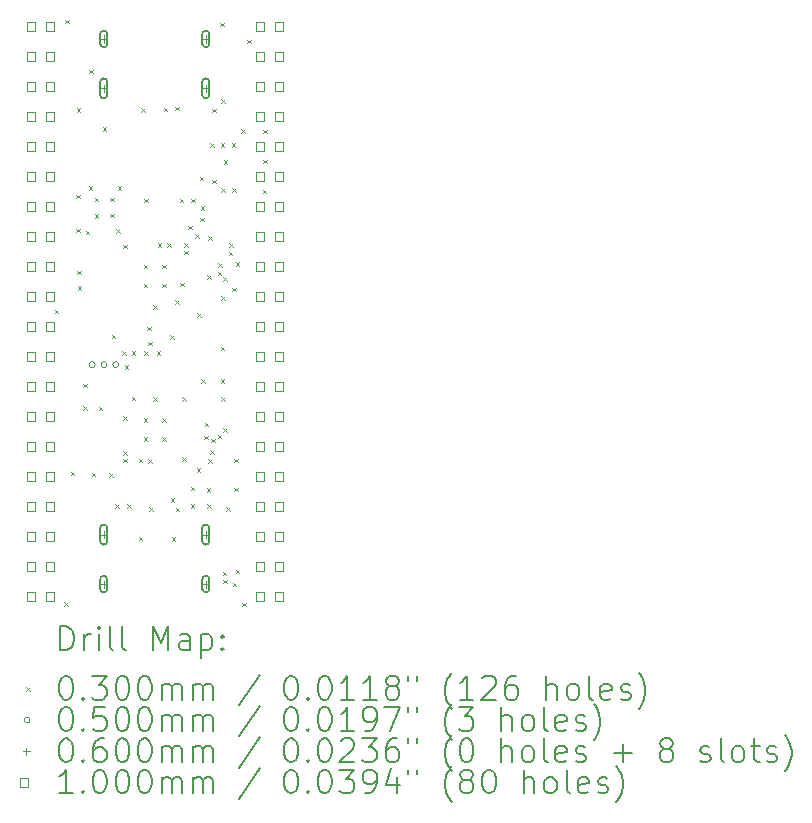
<source format=gbr>
%TF.GenerationSoftware,KiCad,Pcbnew,6.0.11+dfsg-1*%
%TF.CreationDate,2023-04-26T00:49:20+01:00*%
%TF.ProjectId,bico,6269636f-2e6b-4696-9361-645f70636258,rev?*%
%TF.SameCoordinates,Original*%
%TF.FileFunction,Drillmap*%
%TF.FilePolarity,Positive*%
%FSLAX45Y45*%
G04 Gerber Fmt 4.5, Leading zero omitted, Abs format (unit mm)*
G04 Created by KiCad (PCBNEW 6.0.11+dfsg-1) date 2023-04-26 00:49:20*
%MOMM*%
%LPD*%
G01*
G04 APERTURE LIST*
%ADD10C,0.200000*%
%ADD11C,0.030000*%
%ADD12C,0.050000*%
%ADD13C,0.060000*%
%ADD14C,0.100000*%
G04 APERTURE END LIST*
D10*
D11*
X14155000Y-9985000D02*
X14185000Y-10015000D01*
X14185000Y-9985000D02*
X14155000Y-10015000D01*
X14235000Y-12460000D02*
X14265000Y-12490000D01*
X14265000Y-12460000D02*
X14235000Y-12490000D01*
X14240000Y-7530000D02*
X14270000Y-7560000D01*
X14270000Y-7530000D02*
X14240000Y-7560000D01*
X14287500Y-11357500D02*
X14317500Y-11387500D01*
X14317500Y-11357500D02*
X14287500Y-11387500D01*
X14337000Y-9012000D02*
X14367000Y-9042000D01*
X14367000Y-9012000D02*
X14337000Y-9042000D01*
X14337000Y-9301000D02*
X14367000Y-9331000D01*
X14367000Y-9301000D02*
X14337000Y-9331000D01*
X14340000Y-8280000D02*
X14370000Y-8310000D01*
X14370000Y-8280000D02*
X14340000Y-8310000D01*
X14345000Y-9655000D02*
X14375000Y-9685000D01*
X14375000Y-9655000D02*
X14345000Y-9685000D01*
X14347500Y-9785000D02*
X14377500Y-9815000D01*
X14377500Y-9785000D02*
X14347500Y-9815000D01*
X14395000Y-10610000D02*
X14425000Y-10640000D01*
X14425000Y-10610000D02*
X14395000Y-10640000D01*
X14395000Y-10800000D02*
X14425000Y-10830000D01*
X14425000Y-10800000D02*
X14395000Y-10830000D01*
X14415000Y-9315000D02*
X14445000Y-9345000D01*
X14445000Y-9315000D02*
X14415000Y-9345000D01*
X14441325Y-8940000D02*
X14471325Y-8970000D01*
X14471325Y-8940000D02*
X14441325Y-8970000D01*
X14445000Y-7952500D02*
X14475000Y-7982500D01*
X14475000Y-7952500D02*
X14445000Y-7982500D01*
X14465000Y-11365000D02*
X14495000Y-11395000D01*
X14495000Y-11365000D02*
X14465000Y-11395000D01*
X14490000Y-9035000D02*
X14520000Y-9065000D01*
X14520000Y-9035000D02*
X14490000Y-9065000D01*
X14490000Y-9175000D02*
X14520000Y-9205000D01*
X14520000Y-9175000D02*
X14490000Y-9205000D01*
X14525000Y-10805000D02*
X14555000Y-10835000D01*
X14555000Y-10805000D02*
X14525000Y-10835000D01*
X14560000Y-8440000D02*
X14590000Y-8470000D01*
X14590000Y-8440000D02*
X14560000Y-8470000D01*
X14615000Y-11370000D02*
X14645000Y-11400000D01*
X14645000Y-11370000D02*
X14615000Y-11400000D01*
X14625000Y-9035000D02*
X14655000Y-9065000D01*
X14655000Y-9035000D02*
X14625000Y-9065000D01*
X14625000Y-9174000D02*
X14655000Y-9204000D01*
X14655000Y-9174000D02*
X14625000Y-9204000D01*
X14635000Y-10195000D02*
X14665000Y-10225000D01*
X14665000Y-10195000D02*
X14635000Y-10225000D01*
X14665000Y-11630000D02*
X14695000Y-11660000D01*
X14695000Y-11630000D02*
X14665000Y-11660000D01*
X14674000Y-9305000D02*
X14704000Y-9335000D01*
X14704000Y-9305000D02*
X14674000Y-9335000D01*
X14686325Y-8940000D02*
X14716325Y-8970000D01*
X14716325Y-8940000D02*
X14686325Y-8970000D01*
X14725000Y-10335000D02*
X14755000Y-10365000D01*
X14755000Y-10335000D02*
X14725000Y-10365000D01*
X14735000Y-9435000D02*
X14765000Y-9465000D01*
X14765000Y-9435000D02*
X14735000Y-9465000D01*
X14735000Y-10885000D02*
X14765000Y-10915000D01*
X14765000Y-10885000D02*
X14735000Y-10915000D01*
X14735000Y-11182000D02*
X14765000Y-11212000D01*
X14765000Y-11182000D02*
X14735000Y-11212000D01*
X14735000Y-11245000D02*
X14765000Y-11275000D01*
X14765000Y-11245000D02*
X14735000Y-11275000D01*
X14745000Y-10455000D02*
X14775000Y-10485000D01*
X14775000Y-10455000D02*
X14745000Y-10485000D01*
X14765000Y-11630000D02*
X14795000Y-11660000D01*
X14795000Y-11630000D02*
X14765000Y-11660000D01*
X14805000Y-10335000D02*
X14835000Y-10365000D01*
X14835000Y-10335000D02*
X14805000Y-10365000D01*
X14805000Y-10720000D02*
X14835000Y-10750000D01*
X14835000Y-10720000D02*
X14805000Y-10750000D01*
X14865000Y-11907000D02*
X14895000Y-11937000D01*
X14895000Y-11907000D02*
X14865000Y-11937000D01*
X14866000Y-11248000D02*
X14896000Y-11278000D01*
X14896000Y-11248000D02*
X14866000Y-11278000D01*
X14887000Y-8278000D02*
X14917000Y-8308000D01*
X14917000Y-8278000D02*
X14887000Y-8308000D01*
X14905000Y-9605000D02*
X14935000Y-9635000D01*
X14935000Y-9605000D02*
X14905000Y-9635000D01*
X14905000Y-9765000D02*
X14935000Y-9795000D01*
X14935000Y-9765000D02*
X14905000Y-9795000D01*
X14905000Y-10905000D02*
X14935000Y-10935000D01*
X14935000Y-10905000D02*
X14905000Y-10935000D01*
X14905000Y-11065000D02*
X14935000Y-11095000D01*
X14935000Y-11065000D02*
X14905000Y-11095000D01*
X14910000Y-9045000D02*
X14940000Y-9075000D01*
X14940000Y-9045000D02*
X14910000Y-9075000D01*
X14910000Y-10335000D02*
X14940000Y-10365000D01*
X14940000Y-10335000D02*
X14910000Y-10365000D01*
X14935000Y-10130000D02*
X14965000Y-10160000D01*
X14965000Y-10130000D02*
X14935000Y-10160000D01*
X14945000Y-10255000D02*
X14975000Y-10285000D01*
X14975000Y-10255000D02*
X14945000Y-10285000D01*
X14945000Y-11249000D02*
X14975000Y-11279000D01*
X14975000Y-11249000D02*
X14945000Y-11279000D01*
X14955000Y-11655000D02*
X14985000Y-11685000D01*
X14985000Y-11655000D02*
X14955000Y-11685000D01*
X14985000Y-9948000D02*
X15015000Y-9978000D01*
X15015000Y-9948000D02*
X14985000Y-9978000D01*
X14985000Y-10725000D02*
X15015000Y-10755000D01*
X15015000Y-10725000D02*
X14985000Y-10755000D01*
X15015000Y-10335000D02*
X15045000Y-10365000D01*
X15045000Y-10335000D02*
X15015000Y-10365000D01*
X15025000Y-9422000D02*
X15055000Y-9452000D01*
X15055000Y-9422000D02*
X15025000Y-9452000D01*
X15065000Y-9605000D02*
X15095000Y-9635000D01*
X15095000Y-9605000D02*
X15065000Y-9635000D01*
X15065000Y-9765000D02*
X15095000Y-9795000D01*
X15095000Y-9765000D02*
X15065000Y-9795000D01*
X15065000Y-10905000D02*
X15095000Y-10935000D01*
X15095000Y-10905000D02*
X15065000Y-10935000D01*
X15065000Y-11065000D02*
X15095000Y-11095000D01*
X15095000Y-11065000D02*
X15065000Y-11095000D01*
X15075000Y-8275000D02*
X15105000Y-8305000D01*
X15105000Y-8275000D02*
X15075000Y-8305000D01*
X15106000Y-9422000D02*
X15136000Y-9452000D01*
X15136000Y-9422000D02*
X15106000Y-9452000D01*
X15129000Y-10199000D02*
X15159000Y-10229000D01*
X15159000Y-10199000D02*
X15129000Y-10229000D01*
X15137000Y-11582000D02*
X15167000Y-11612000D01*
X15167000Y-11582000D02*
X15137000Y-11612000D01*
X15145000Y-11910000D02*
X15175000Y-11940000D01*
X15175000Y-11910000D02*
X15145000Y-11940000D01*
X15175000Y-8265000D02*
X15205000Y-8295000D01*
X15205000Y-8265000D02*
X15175000Y-8295000D01*
X15175000Y-9905000D02*
X15205000Y-9935000D01*
X15205000Y-9905000D02*
X15175000Y-9935000D01*
X15176500Y-11662500D02*
X15206500Y-11692500D01*
X15206500Y-11662500D02*
X15176500Y-11692500D01*
X15210000Y-9045000D02*
X15240000Y-9075000D01*
X15240000Y-9045000D02*
X15210000Y-9075000D01*
X15215000Y-9755000D02*
X15245000Y-9785000D01*
X15245000Y-9755000D02*
X15215000Y-9785000D01*
X15235000Y-10725000D02*
X15265000Y-10755000D01*
X15265000Y-10725000D02*
X15235000Y-10755000D01*
X15235000Y-11235000D02*
X15265000Y-11265000D01*
X15265000Y-11235000D02*
X15235000Y-11265000D01*
X15248000Y-9485000D02*
X15278000Y-9515000D01*
X15278000Y-9485000D02*
X15248000Y-9515000D01*
X15250000Y-9420000D02*
X15280000Y-9450000D01*
X15280000Y-9420000D02*
X15250000Y-9450000D01*
X15285000Y-9275000D02*
X15315000Y-9305000D01*
X15315000Y-9275000D02*
X15285000Y-9305000D01*
X15305000Y-11485000D02*
X15335000Y-11515000D01*
X15335000Y-11485000D02*
X15305000Y-11515000D01*
X15305000Y-11630073D02*
X15335000Y-11660073D01*
X15335000Y-11630073D02*
X15305000Y-11660073D01*
X15310000Y-9045000D02*
X15340000Y-9075000D01*
X15340000Y-9045000D02*
X15310000Y-9075000D01*
X15345000Y-9345000D02*
X15375000Y-9375000D01*
X15375000Y-9345000D02*
X15345000Y-9375000D01*
X15355000Y-11325000D02*
X15385000Y-11355000D01*
X15385000Y-11325000D02*
X15355000Y-11355000D01*
X15357778Y-10016113D02*
X15387778Y-10046113D01*
X15387778Y-10016113D02*
X15357778Y-10046113D01*
X15380000Y-8860000D02*
X15410000Y-8890000D01*
X15410000Y-8860000D02*
X15380000Y-8890000D01*
X15385000Y-9207500D02*
X15415000Y-9237500D01*
X15415000Y-9207500D02*
X15385000Y-9237500D01*
X15390000Y-9110000D02*
X15420000Y-9140000D01*
X15420000Y-9110000D02*
X15390000Y-9140000D01*
X15395000Y-10575000D02*
X15425000Y-10605000D01*
X15425000Y-10575000D02*
X15395000Y-10605000D01*
X15419000Y-11051000D02*
X15449000Y-11081000D01*
X15449000Y-11051000D02*
X15419000Y-11081000D01*
X15425000Y-10940000D02*
X15455000Y-10970000D01*
X15455000Y-10940000D02*
X15425000Y-10970000D01*
X15442000Y-11495000D02*
X15472000Y-11525000D01*
X15472000Y-11495000D02*
X15442000Y-11525000D01*
X15442500Y-11630000D02*
X15472500Y-11660000D01*
X15472500Y-11630000D02*
X15442500Y-11660000D01*
X15444500Y-9692500D02*
X15474500Y-9722500D01*
X15474500Y-9692500D02*
X15444500Y-9722500D01*
X15452000Y-11250000D02*
X15482000Y-11280000D01*
X15482000Y-11250000D02*
X15452000Y-11280000D01*
X15452500Y-9362500D02*
X15482500Y-9392500D01*
X15482500Y-9362500D02*
X15452500Y-9392500D01*
X15469000Y-8575000D02*
X15499000Y-8605000D01*
X15499000Y-8575000D02*
X15469000Y-8605000D01*
X15471500Y-11174500D02*
X15501500Y-11204500D01*
X15501500Y-11174500D02*
X15471500Y-11204500D01*
X15476000Y-11078000D02*
X15506000Y-11108000D01*
X15506000Y-11078000D02*
X15476000Y-11108000D01*
X15485000Y-8285000D02*
X15515000Y-8315000D01*
X15515000Y-8285000D02*
X15485000Y-8315000D01*
X15485000Y-8885000D02*
X15515000Y-8915000D01*
X15515000Y-8885000D02*
X15485000Y-8915000D01*
X15535000Y-9664000D02*
X15565000Y-9694000D01*
X15565000Y-9664000D02*
X15535000Y-9694000D01*
X15535000Y-11044000D02*
X15565000Y-11074000D01*
X15565000Y-11044000D02*
X15535000Y-11074000D01*
X15536650Y-9589650D02*
X15566650Y-9619650D01*
X15566650Y-9589650D02*
X15536650Y-9619650D01*
X15555000Y-7555000D02*
X15585000Y-7585000D01*
X15585000Y-7555000D02*
X15555000Y-7585000D01*
X15560000Y-8575000D02*
X15590000Y-8605000D01*
X15590000Y-8575000D02*
X15560000Y-8605000D01*
X15560000Y-10300000D02*
X15590000Y-10330000D01*
X15590000Y-10300000D02*
X15560000Y-10330000D01*
X15560000Y-10575000D02*
X15590000Y-10605000D01*
X15590000Y-10575000D02*
X15560000Y-10605000D01*
X15562500Y-8957500D02*
X15592500Y-8987500D01*
X15592500Y-8957500D02*
X15562500Y-8987500D01*
X15565000Y-8205000D02*
X15595000Y-8235000D01*
X15595000Y-8205000D02*
X15565000Y-8235000D01*
X15565000Y-9870000D02*
X15595000Y-9900000D01*
X15595000Y-9870000D02*
X15565000Y-9900000D01*
X15565000Y-10725000D02*
X15595000Y-10755000D01*
X15595000Y-10725000D02*
X15565000Y-10755000D01*
X15575500Y-12202500D02*
X15605500Y-12232500D01*
X15605500Y-12202500D02*
X15575500Y-12232500D01*
X15577933Y-12269067D02*
X15607933Y-12299067D01*
X15607933Y-12269067D02*
X15577933Y-12299067D01*
X15579000Y-9710000D02*
X15609000Y-9740000D01*
X15609000Y-9710000D02*
X15579000Y-9740000D01*
X15582000Y-10986000D02*
X15612000Y-11016000D01*
X15612000Y-10986000D02*
X15582000Y-11016000D01*
X15584000Y-8720000D02*
X15614000Y-8750000D01*
X15614000Y-8720000D02*
X15584000Y-8750000D01*
X15606000Y-11658840D02*
X15636000Y-11688840D01*
X15636000Y-11658840D02*
X15606000Y-11688840D01*
X15625500Y-9493500D02*
X15655500Y-9523500D01*
X15655500Y-9493500D02*
X15625500Y-9523500D01*
X15630000Y-9420000D02*
X15660000Y-9450000D01*
X15660000Y-9420000D02*
X15630000Y-9450000D01*
X15651000Y-8575000D02*
X15681000Y-8605000D01*
X15681000Y-8575000D02*
X15651000Y-8605000D01*
X15654000Y-9798000D02*
X15684000Y-9828000D01*
X15684000Y-9798000D02*
X15654000Y-9828000D01*
X15658000Y-8958000D02*
X15688000Y-8988000D01*
X15688000Y-8958000D02*
X15658000Y-8988000D01*
X15660000Y-12295000D02*
X15690000Y-12325000D01*
X15690000Y-12295000D02*
X15660000Y-12325000D01*
X15675000Y-11245000D02*
X15705000Y-11275000D01*
X15705000Y-11245000D02*
X15675000Y-11275000D01*
X15675000Y-11493000D02*
X15705000Y-11523000D01*
X15705000Y-11493000D02*
X15675000Y-11523000D01*
X15685000Y-12185000D02*
X15715000Y-12215000D01*
X15715000Y-12185000D02*
X15685000Y-12215000D01*
X15687000Y-9581000D02*
X15717000Y-9611000D01*
X15717000Y-9581000D02*
X15687000Y-9611000D01*
X15730000Y-8455000D02*
X15760000Y-8485000D01*
X15760000Y-8455000D02*
X15730000Y-8485000D01*
X15740000Y-12465000D02*
X15770000Y-12495000D01*
X15770000Y-12465000D02*
X15740000Y-12495000D01*
X15785000Y-7700000D02*
X15815000Y-7730000D01*
X15815000Y-7700000D02*
X15785000Y-7730000D01*
X15915000Y-8970000D02*
X15945000Y-9000000D01*
X15945000Y-8970000D02*
X15915000Y-9000000D01*
X15920000Y-8460000D02*
X15950000Y-8490000D01*
X15950000Y-8460000D02*
X15920000Y-8490000D01*
X15920000Y-8715000D02*
X15950000Y-8745000D01*
X15950000Y-8715000D02*
X15920000Y-8745000D01*
D12*
X14495000Y-10450000D02*
G75*
G03*
X14495000Y-10450000I-25000J0D01*
G01*
X14595000Y-10450000D02*
G75*
G03*
X14595000Y-10450000I-25000J0D01*
G01*
X14695000Y-10450000D02*
G75*
G03*
X14695000Y-10450000I-25000J0D01*
G01*
D13*
X14568000Y-7662500D02*
X14568000Y-7722500D01*
X14538000Y-7692500D02*
X14598000Y-7692500D01*
D10*
X14598000Y-7732500D02*
X14598000Y-7652500D01*
X14538000Y-7732500D02*
X14538000Y-7652500D01*
X14598000Y-7652500D02*
G75*
G03*
X14538000Y-7652500I-30000J0D01*
G01*
X14538000Y-7732500D02*
G75*
G03*
X14598000Y-7732500I30000J0D01*
G01*
D13*
X14568000Y-8080500D02*
X14568000Y-8140500D01*
X14538000Y-8110500D02*
X14598000Y-8110500D01*
D10*
X14598000Y-8165500D02*
X14598000Y-8055500D01*
X14538000Y-8165500D02*
X14538000Y-8055500D01*
X14598000Y-8055500D02*
G75*
G03*
X14538000Y-8055500I-30000J0D01*
G01*
X14538000Y-8165500D02*
G75*
G03*
X14598000Y-8165500I30000J0D01*
G01*
D13*
X14568000Y-11859500D02*
X14568000Y-11919500D01*
X14538000Y-11889500D02*
X14598000Y-11889500D01*
D10*
X14538000Y-11834500D02*
X14538000Y-11944500D01*
X14598000Y-11834500D02*
X14598000Y-11944500D01*
X14538000Y-11944500D02*
G75*
G03*
X14598000Y-11944500I30000J0D01*
G01*
X14598000Y-11834500D02*
G75*
G03*
X14538000Y-11834500I-30000J0D01*
G01*
D13*
X14568000Y-12277500D02*
X14568000Y-12337500D01*
X14538000Y-12307500D02*
X14598000Y-12307500D01*
D10*
X14538000Y-12267500D02*
X14538000Y-12347500D01*
X14598000Y-12267500D02*
X14598000Y-12347500D01*
X14538000Y-12347500D02*
G75*
G03*
X14598000Y-12347500I30000J0D01*
G01*
X14598000Y-12267500D02*
G75*
G03*
X14538000Y-12267500I-30000J0D01*
G01*
D13*
X15432000Y-7662500D02*
X15432000Y-7722500D01*
X15402000Y-7692500D02*
X15462000Y-7692500D01*
D10*
X15462000Y-7732500D02*
X15462000Y-7652500D01*
X15402000Y-7732500D02*
X15402000Y-7652500D01*
X15462000Y-7652500D02*
G75*
G03*
X15402000Y-7652500I-30000J0D01*
G01*
X15402000Y-7732500D02*
G75*
G03*
X15462000Y-7732500I30000J0D01*
G01*
D13*
X15432000Y-8080500D02*
X15432000Y-8140500D01*
X15402000Y-8110500D02*
X15462000Y-8110500D01*
D10*
X15462000Y-8165500D02*
X15462000Y-8055500D01*
X15402000Y-8165500D02*
X15402000Y-8055500D01*
X15462000Y-8055500D02*
G75*
G03*
X15402000Y-8055500I-30000J0D01*
G01*
X15402000Y-8165500D02*
G75*
G03*
X15462000Y-8165500I30000J0D01*
G01*
D13*
X15432000Y-11859500D02*
X15432000Y-11919500D01*
X15402000Y-11889500D02*
X15462000Y-11889500D01*
D10*
X15402000Y-11834500D02*
X15402000Y-11944500D01*
X15462000Y-11834500D02*
X15462000Y-11944500D01*
X15402000Y-11944500D02*
G75*
G03*
X15462000Y-11944500I30000J0D01*
G01*
X15462000Y-11834500D02*
G75*
G03*
X15402000Y-11834500I-30000J0D01*
G01*
D13*
X15432000Y-12277500D02*
X15432000Y-12337500D01*
X15402000Y-12307500D02*
X15462000Y-12307500D01*
D10*
X15402000Y-12267500D02*
X15402000Y-12347500D01*
X15462000Y-12267500D02*
X15462000Y-12347500D01*
X15402000Y-12347500D02*
G75*
G03*
X15462000Y-12347500I30000J0D01*
G01*
X15462000Y-12267500D02*
G75*
G03*
X15402000Y-12267500I-30000J0D01*
G01*
D14*
X13985356Y-7622356D02*
X13985356Y-7551644D01*
X13914644Y-7551644D01*
X13914644Y-7622356D01*
X13985356Y-7622356D01*
X13985356Y-7876356D02*
X13985356Y-7805644D01*
X13914644Y-7805644D01*
X13914644Y-7876356D01*
X13985356Y-7876356D01*
X13985356Y-8130356D02*
X13985356Y-8059644D01*
X13914644Y-8059644D01*
X13914644Y-8130356D01*
X13985356Y-8130356D01*
X13985356Y-8384356D02*
X13985356Y-8313644D01*
X13914644Y-8313644D01*
X13914644Y-8384356D01*
X13985356Y-8384356D01*
X13985356Y-8638356D02*
X13985356Y-8567644D01*
X13914644Y-8567644D01*
X13914644Y-8638356D01*
X13985356Y-8638356D01*
X13985356Y-8892356D02*
X13985356Y-8821644D01*
X13914644Y-8821644D01*
X13914644Y-8892356D01*
X13985356Y-8892356D01*
X13985356Y-9146356D02*
X13985356Y-9075644D01*
X13914644Y-9075644D01*
X13914644Y-9146356D01*
X13985356Y-9146356D01*
X13985356Y-9400356D02*
X13985356Y-9329644D01*
X13914644Y-9329644D01*
X13914644Y-9400356D01*
X13985356Y-9400356D01*
X13985356Y-9654356D02*
X13985356Y-9583644D01*
X13914644Y-9583644D01*
X13914644Y-9654356D01*
X13985356Y-9654356D01*
X13985356Y-9908356D02*
X13985356Y-9837644D01*
X13914644Y-9837644D01*
X13914644Y-9908356D01*
X13985356Y-9908356D01*
X13985356Y-10162356D02*
X13985356Y-10091644D01*
X13914644Y-10091644D01*
X13914644Y-10162356D01*
X13985356Y-10162356D01*
X13985356Y-10416356D02*
X13985356Y-10345644D01*
X13914644Y-10345644D01*
X13914644Y-10416356D01*
X13985356Y-10416356D01*
X13985356Y-10670356D02*
X13985356Y-10599644D01*
X13914644Y-10599644D01*
X13914644Y-10670356D01*
X13985356Y-10670356D01*
X13985356Y-10924356D02*
X13985356Y-10853644D01*
X13914644Y-10853644D01*
X13914644Y-10924356D01*
X13985356Y-10924356D01*
X13985356Y-11178356D02*
X13985356Y-11107644D01*
X13914644Y-11107644D01*
X13914644Y-11178356D01*
X13985356Y-11178356D01*
X13985356Y-11432356D02*
X13985356Y-11361644D01*
X13914644Y-11361644D01*
X13914644Y-11432356D01*
X13985356Y-11432356D01*
X13985356Y-11686356D02*
X13985356Y-11615644D01*
X13914644Y-11615644D01*
X13914644Y-11686356D01*
X13985356Y-11686356D01*
X13985356Y-11940356D02*
X13985356Y-11869644D01*
X13914644Y-11869644D01*
X13914644Y-11940356D01*
X13985356Y-11940356D01*
X13985356Y-12194356D02*
X13985356Y-12123644D01*
X13914644Y-12123644D01*
X13914644Y-12194356D01*
X13985356Y-12194356D01*
X13985356Y-12448356D02*
X13985356Y-12377644D01*
X13914644Y-12377644D01*
X13914644Y-12448356D01*
X13985356Y-12448356D01*
X14146356Y-7622356D02*
X14146356Y-7551644D01*
X14075644Y-7551644D01*
X14075644Y-7622356D01*
X14146356Y-7622356D01*
X14146356Y-7876356D02*
X14146356Y-7805644D01*
X14075644Y-7805644D01*
X14075644Y-7876356D01*
X14146356Y-7876356D01*
X14146356Y-8130356D02*
X14146356Y-8059644D01*
X14075644Y-8059644D01*
X14075644Y-8130356D01*
X14146356Y-8130356D01*
X14146356Y-8384356D02*
X14146356Y-8313644D01*
X14075644Y-8313644D01*
X14075644Y-8384356D01*
X14146356Y-8384356D01*
X14146356Y-8638356D02*
X14146356Y-8567644D01*
X14075644Y-8567644D01*
X14075644Y-8638356D01*
X14146356Y-8638356D01*
X14146356Y-8892356D02*
X14146356Y-8821644D01*
X14075644Y-8821644D01*
X14075644Y-8892356D01*
X14146356Y-8892356D01*
X14146356Y-9146356D02*
X14146356Y-9075644D01*
X14075644Y-9075644D01*
X14075644Y-9146356D01*
X14146356Y-9146356D01*
X14146356Y-9400356D02*
X14146356Y-9329644D01*
X14075644Y-9329644D01*
X14075644Y-9400356D01*
X14146356Y-9400356D01*
X14146356Y-9654356D02*
X14146356Y-9583644D01*
X14075644Y-9583644D01*
X14075644Y-9654356D01*
X14146356Y-9654356D01*
X14146356Y-9908356D02*
X14146356Y-9837644D01*
X14075644Y-9837644D01*
X14075644Y-9908356D01*
X14146356Y-9908356D01*
X14146356Y-10162356D02*
X14146356Y-10091644D01*
X14075644Y-10091644D01*
X14075644Y-10162356D01*
X14146356Y-10162356D01*
X14146356Y-10416356D02*
X14146356Y-10345644D01*
X14075644Y-10345644D01*
X14075644Y-10416356D01*
X14146356Y-10416356D01*
X14146356Y-10670356D02*
X14146356Y-10599644D01*
X14075644Y-10599644D01*
X14075644Y-10670356D01*
X14146356Y-10670356D01*
X14146356Y-10924356D02*
X14146356Y-10853644D01*
X14075644Y-10853644D01*
X14075644Y-10924356D01*
X14146356Y-10924356D01*
X14146356Y-11178356D02*
X14146356Y-11107644D01*
X14075644Y-11107644D01*
X14075644Y-11178356D01*
X14146356Y-11178356D01*
X14146356Y-11432356D02*
X14146356Y-11361644D01*
X14075644Y-11361644D01*
X14075644Y-11432356D01*
X14146356Y-11432356D01*
X14146356Y-11686356D02*
X14146356Y-11615644D01*
X14075644Y-11615644D01*
X14075644Y-11686356D01*
X14146356Y-11686356D01*
X14146356Y-11940356D02*
X14146356Y-11869644D01*
X14075644Y-11869644D01*
X14075644Y-11940356D01*
X14146356Y-11940356D01*
X14146356Y-12194356D02*
X14146356Y-12123644D01*
X14075644Y-12123644D01*
X14075644Y-12194356D01*
X14146356Y-12194356D01*
X14146356Y-12448356D02*
X14146356Y-12377644D01*
X14075644Y-12377644D01*
X14075644Y-12448356D01*
X14146356Y-12448356D01*
X15924356Y-7622356D02*
X15924356Y-7551644D01*
X15853644Y-7551644D01*
X15853644Y-7622356D01*
X15924356Y-7622356D01*
X15924356Y-7876356D02*
X15924356Y-7805644D01*
X15853644Y-7805644D01*
X15853644Y-7876356D01*
X15924356Y-7876356D01*
X15924356Y-8130356D02*
X15924356Y-8059644D01*
X15853644Y-8059644D01*
X15853644Y-8130356D01*
X15924356Y-8130356D01*
X15924356Y-8384356D02*
X15924356Y-8313644D01*
X15853644Y-8313644D01*
X15853644Y-8384356D01*
X15924356Y-8384356D01*
X15924356Y-8638356D02*
X15924356Y-8567644D01*
X15853644Y-8567644D01*
X15853644Y-8638356D01*
X15924356Y-8638356D01*
X15924356Y-8892356D02*
X15924356Y-8821644D01*
X15853644Y-8821644D01*
X15853644Y-8892356D01*
X15924356Y-8892356D01*
X15924356Y-9146356D02*
X15924356Y-9075644D01*
X15853644Y-9075644D01*
X15853644Y-9146356D01*
X15924356Y-9146356D01*
X15924356Y-9400356D02*
X15924356Y-9329644D01*
X15853644Y-9329644D01*
X15853644Y-9400356D01*
X15924356Y-9400356D01*
X15924356Y-9654356D02*
X15924356Y-9583644D01*
X15853644Y-9583644D01*
X15853644Y-9654356D01*
X15924356Y-9654356D01*
X15924356Y-9908356D02*
X15924356Y-9837644D01*
X15853644Y-9837644D01*
X15853644Y-9908356D01*
X15924356Y-9908356D01*
X15924356Y-10162356D02*
X15924356Y-10091644D01*
X15853644Y-10091644D01*
X15853644Y-10162356D01*
X15924356Y-10162356D01*
X15924356Y-10416356D02*
X15924356Y-10345644D01*
X15853644Y-10345644D01*
X15853644Y-10416356D01*
X15924356Y-10416356D01*
X15924356Y-10670356D02*
X15924356Y-10599644D01*
X15853644Y-10599644D01*
X15853644Y-10670356D01*
X15924356Y-10670356D01*
X15924356Y-10924356D02*
X15924356Y-10853644D01*
X15853644Y-10853644D01*
X15853644Y-10924356D01*
X15924356Y-10924356D01*
X15924356Y-11178356D02*
X15924356Y-11107644D01*
X15853644Y-11107644D01*
X15853644Y-11178356D01*
X15924356Y-11178356D01*
X15924356Y-11432356D02*
X15924356Y-11361644D01*
X15853644Y-11361644D01*
X15853644Y-11432356D01*
X15924356Y-11432356D01*
X15924356Y-11686356D02*
X15924356Y-11615644D01*
X15853644Y-11615644D01*
X15853644Y-11686356D01*
X15924356Y-11686356D01*
X15924356Y-11940356D02*
X15924356Y-11869644D01*
X15853644Y-11869644D01*
X15853644Y-11940356D01*
X15924356Y-11940356D01*
X15924356Y-12194356D02*
X15924356Y-12123644D01*
X15853644Y-12123644D01*
X15853644Y-12194356D01*
X15924356Y-12194356D01*
X15924356Y-12448356D02*
X15924356Y-12377644D01*
X15853644Y-12377644D01*
X15853644Y-12448356D01*
X15924356Y-12448356D01*
X16085356Y-7622356D02*
X16085356Y-7551644D01*
X16014644Y-7551644D01*
X16014644Y-7622356D01*
X16085356Y-7622356D01*
X16085356Y-7876356D02*
X16085356Y-7805644D01*
X16014644Y-7805644D01*
X16014644Y-7876356D01*
X16085356Y-7876356D01*
X16085356Y-8130356D02*
X16085356Y-8059644D01*
X16014644Y-8059644D01*
X16014644Y-8130356D01*
X16085356Y-8130356D01*
X16085356Y-8384356D02*
X16085356Y-8313644D01*
X16014644Y-8313644D01*
X16014644Y-8384356D01*
X16085356Y-8384356D01*
X16085356Y-8638356D02*
X16085356Y-8567644D01*
X16014644Y-8567644D01*
X16014644Y-8638356D01*
X16085356Y-8638356D01*
X16085356Y-8892356D02*
X16085356Y-8821644D01*
X16014644Y-8821644D01*
X16014644Y-8892356D01*
X16085356Y-8892356D01*
X16085356Y-9146356D02*
X16085356Y-9075644D01*
X16014644Y-9075644D01*
X16014644Y-9146356D01*
X16085356Y-9146356D01*
X16085356Y-9400356D02*
X16085356Y-9329644D01*
X16014644Y-9329644D01*
X16014644Y-9400356D01*
X16085356Y-9400356D01*
X16085356Y-9654356D02*
X16085356Y-9583644D01*
X16014644Y-9583644D01*
X16014644Y-9654356D01*
X16085356Y-9654356D01*
X16085356Y-9908356D02*
X16085356Y-9837644D01*
X16014644Y-9837644D01*
X16014644Y-9908356D01*
X16085356Y-9908356D01*
X16085356Y-10162356D02*
X16085356Y-10091644D01*
X16014644Y-10091644D01*
X16014644Y-10162356D01*
X16085356Y-10162356D01*
X16085356Y-10416356D02*
X16085356Y-10345644D01*
X16014644Y-10345644D01*
X16014644Y-10416356D01*
X16085356Y-10416356D01*
X16085356Y-10670356D02*
X16085356Y-10599644D01*
X16014644Y-10599644D01*
X16014644Y-10670356D01*
X16085356Y-10670356D01*
X16085356Y-10924356D02*
X16085356Y-10853644D01*
X16014644Y-10853644D01*
X16014644Y-10924356D01*
X16085356Y-10924356D01*
X16085356Y-11178356D02*
X16085356Y-11107644D01*
X16014644Y-11107644D01*
X16014644Y-11178356D01*
X16085356Y-11178356D01*
X16085356Y-11432356D02*
X16085356Y-11361644D01*
X16014644Y-11361644D01*
X16014644Y-11432356D01*
X16085356Y-11432356D01*
X16085356Y-11686356D02*
X16085356Y-11615644D01*
X16014644Y-11615644D01*
X16014644Y-11686356D01*
X16085356Y-11686356D01*
X16085356Y-11940356D02*
X16085356Y-11869644D01*
X16014644Y-11869644D01*
X16014644Y-11940356D01*
X16085356Y-11940356D01*
X16085356Y-12194356D02*
X16085356Y-12123644D01*
X16014644Y-12123644D01*
X16014644Y-12194356D01*
X16085356Y-12194356D01*
X16085356Y-12448356D02*
X16085356Y-12377644D01*
X16014644Y-12377644D01*
X16014644Y-12448356D01*
X16085356Y-12448356D01*
D10*
X14201619Y-12866476D02*
X14201619Y-12666476D01*
X14249238Y-12666476D01*
X14277809Y-12676000D01*
X14296857Y-12695048D01*
X14306381Y-12714095D01*
X14315905Y-12752190D01*
X14315905Y-12780762D01*
X14306381Y-12818857D01*
X14296857Y-12837905D01*
X14277809Y-12856952D01*
X14249238Y-12866476D01*
X14201619Y-12866476D01*
X14401619Y-12866476D02*
X14401619Y-12733143D01*
X14401619Y-12771238D02*
X14411143Y-12752190D01*
X14420667Y-12742667D01*
X14439714Y-12733143D01*
X14458762Y-12733143D01*
X14525428Y-12866476D02*
X14525428Y-12733143D01*
X14525428Y-12666476D02*
X14515905Y-12676000D01*
X14525428Y-12685524D01*
X14534952Y-12676000D01*
X14525428Y-12666476D01*
X14525428Y-12685524D01*
X14649238Y-12866476D02*
X14630190Y-12856952D01*
X14620667Y-12837905D01*
X14620667Y-12666476D01*
X14754000Y-12866476D02*
X14734952Y-12856952D01*
X14725428Y-12837905D01*
X14725428Y-12666476D01*
X14982571Y-12866476D02*
X14982571Y-12666476D01*
X15049238Y-12809333D01*
X15115905Y-12666476D01*
X15115905Y-12866476D01*
X15296857Y-12866476D02*
X15296857Y-12761714D01*
X15287333Y-12742667D01*
X15268286Y-12733143D01*
X15230190Y-12733143D01*
X15211143Y-12742667D01*
X15296857Y-12856952D02*
X15277809Y-12866476D01*
X15230190Y-12866476D01*
X15211143Y-12856952D01*
X15201619Y-12837905D01*
X15201619Y-12818857D01*
X15211143Y-12799809D01*
X15230190Y-12790286D01*
X15277809Y-12790286D01*
X15296857Y-12780762D01*
X15392095Y-12733143D02*
X15392095Y-12933143D01*
X15392095Y-12742667D02*
X15411143Y-12733143D01*
X15449238Y-12733143D01*
X15468286Y-12742667D01*
X15477809Y-12752190D01*
X15487333Y-12771238D01*
X15487333Y-12828381D01*
X15477809Y-12847428D01*
X15468286Y-12856952D01*
X15449238Y-12866476D01*
X15411143Y-12866476D01*
X15392095Y-12856952D01*
X15573048Y-12847428D02*
X15582571Y-12856952D01*
X15573048Y-12866476D01*
X15563524Y-12856952D01*
X15573048Y-12847428D01*
X15573048Y-12866476D01*
X15573048Y-12742667D02*
X15582571Y-12752190D01*
X15573048Y-12761714D01*
X15563524Y-12752190D01*
X15573048Y-12742667D01*
X15573048Y-12761714D01*
D11*
X13914000Y-13181000D02*
X13944000Y-13211000D01*
X13944000Y-13181000D02*
X13914000Y-13211000D01*
D10*
X14239714Y-13086476D02*
X14258762Y-13086476D01*
X14277809Y-13096000D01*
X14287333Y-13105524D01*
X14296857Y-13124571D01*
X14306381Y-13162667D01*
X14306381Y-13210286D01*
X14296857Y-13248381D01*
X14287333Y-13267428D01*
X14277809Y-13276952D01*
X14258762Y-13286476D01*
X14239714Y-13286476D01*
X14220667Y-13276952D01*
X14211143Y-13267428D01*
X14201619Y-13248381D01*
X14192095Y-13210286D01*
X14192095Y-13162667D01*
X14201619Y-13124571D01*
X14211143Y-13105524D01*
X14220667Y-13096000D01*
X14239714Y-13086476D01*
X14392095Y-13267428D02*
X14401619Y-13276952D01*
X14392095Y-13286476D01*
X14382571Y-13276952D01*
X14392095Y-13267428D01*
X14392095Y-13286476D01*
X14468286Y-13086476D02*
X14592095Y-13086476D01*
X14525428Y-13162667D01*
X14554000Y-13162667D01*
X14573048Y-13172190D01*
X14582571Y-13181714D01*
X14592095Y-13200762D01*
X14592095Y-13248381D01*
X14582571Y-13267428D01*
X14573048Y-13276952D01*
X14554000Y-13286476D01*
X14496857Y-13286476D01*
X14477809Y-13276952D01*
X14468286Y-13267428D01*
X14715905Y-13086476D02*
X14734952Y-13086476D01*
X14754000Y-13096000D01*
X14763524Y-13105524D01*
X14773048Y-13124571D01*
X14782571Y-13162667D01*
X14782571Y-13210286D01*
X14773048Y-13248381D01*
X14763524Y-13267428D01*
X14754000Y-13276952D01*
X14734952Y-13286476D01*
X14715905Y-13286476D01*
X14696857Y-13276952D01*
X14687333Y-13267428D01*
X14677809Y-13248381D01*
X14668286Y-13210286D01*
X14668286Y-13162667D01*
X14677809Y-13124571D01*
X14687333Y-13105524D01*
X14696857Y-13096000D01*
X14715905Y-13086476D01*
X14906381Y-13086476D02*
X14925428Y-13086476D01*
X14944476Y-13096000D01*
X14954000Y-13105524D01*
X14963524Y-13124571D01*
X14973048Y-13162667D01*
X14973048Y-13210286D01*
X14963524Y-13248381D01*
X14954000Y-13267428D01*
X14944476Y-13276952D01*
X14925428Y-13286476D01*
X14906381Y-13286476D01*
X14887333Y-13276952D01*
X14877809Y-13267428D01*
X14868286Y-13248381D01*
X14858762Y-13210286D01*
X14858762Y-13162667D01*
X14868286Y-13124571D01*
X14877809Y-13105524D01*
X14887333Y-13096000D01*
X14906381Y-13086476D01*
X15058762Y-13286476D02*
X15058762Y-13153143D01*
X15058762Y-13172190D02*
X15068286Y-13162667D01*
X15087333Y-13153143D01*
X15115905Y-13153143D01*
X15134952Y-13162667D01*
X15144476Y-13181714D01*
X15144476Y-13286476D01*
X15144476Y-13181714D02*
X15154000Y-13162667D01*
X15173048Y-13153143D01*
X15201619Y-13153143D01*
X15220667Y-13162667D01*
X15230190Y-13181714D01*
X15230190Y-13286476D01*
X15325428Y-13286476D02*
X15325428Y-13153143D01*
X15325428Y-13172190D02*
X15334952Y-13162667D01*
X15354000Y-13153143D01*
X15382571Y-13153143D01*
X15401619Y-13162667D01*
X15411143Y-13181714D01*
X15411143Y-13286476D01*
X15411143Y-13181714D02*
X15420667Y-13162667D01*
X15439714Y-13153143D01*
X15468286Y-13153143D01*
X15487333Y-13162667D01*
X15496857Y-13181714D01*
X15496857Y-13286476D01*
X15887333Y-13076952D02*
X15715905Y-13334095D01*
X16144476Y-13086476D02*
X16163524Y-13086476D01*
X16182571Y-13096000D01*
X16192095Y-13105524D01*
X16201619Y-13124571D01*
X16211143Y-13162667D01*
X16211143Y-13210286D01*
X16201619Y-13248381D01*
X16192095Y-13267428D01*
X16182571Y-13276952D01*
X16163524Y-13286476D01*
X16144476Y-13286476D01*
X16125428Y-13276952D01*
X16115905Y-13267428D01*
X16106381Y-13248381D01*
X16096857Y-13210286D01*
X16096857Y-13162667D01*
X16106381Y-13124571D01*
X16115905Y-13105524D01*
X16125428Y-13096000D01*
X16144476Y-13086476D01*
X16296857Y-13267428D02*
X16306381Y-13276952D01*
X16296857Y-13286476D01*
X16287333Y-13276952D01*
X16296857Y-13267428D01*
X16296857Y-13286476D01*
X16430190Y-13086476D02*
X16449238Y-13086476D01*
X16468286Y-13096000D01*
X16477809Y-13105524D01*
X16487333Y-13124571D01*
X16496857Y-13162667D01*
X16496857Y-13210286D01*
X16487333Y-13248381D01*
X16477809Y-13267428D01*
X16468286Y-13276952D01*
X16449238Y-13286476D01*
X16430190Y-13286476D01*
X16411143Y-13276952D01*
X16401619Y-13267428D01*
X16392095Y-13248381D01*
X16382571Y-13210286D01*
X16382571Y-13162667D01*
X16392095Y-13124571D01*
X16401619Y-13105524D01*
X16411143Y-13096000D01*
X16430190Y-13086476D01*
X16687333Y-13286476D02*
X16573048Y-13286476D01*
X16630190Y-13286476D02*
X16630190Y-13086476D01*
X16611143Y-13115048D01*
X16592095Y-13134095D01*
X16573048Y-13143619D01*
X16877810Y-13286476D02*
X16763524Y-13286476D01*
X16820667Y-13286476D02*
X16820667Y-13086476D01*
X16801619Y-13115048D01*
X16782571Y-13134095D01*
X16763524Y-13143619D01*
X16992095Y-13172190D02*
X16973048Y-13162667D01*
X16963524Y-13153143D01*
X16954000Y-13134095D01*
X16954000Y-13124571D01*
X16963524Y-13105524D01*
X16973048Y-13096000D01*
X16992095Y-13086476D01*
X17030190Y-13086476D01*
X17049238Y-13096000D01*
X17058762Y-13105524D01*
X17068286Y-13124571D01*
X17068286Y-13134095D01*
X17058762Y-13153143D01*
X17049238Y-13162667D01*
X17030190Y-13172190D01*
X16992095Y-13172190D01*
X16973048Y-13181714D01*
X16963524Y-13191238D01*
X16954000Y-13210286D01*
X16954000Y-13248381D01*
X16963524Y-13267428D01*
X16973048Y-13276952D01*
X16992095Y-13286476D01*
X17030190Y-13286476D01*
X17049238Y-13276952D01*
X17058762Y-13267428D01*
X17068286Y-13248381D01*
X17068286Y-13210286D01*
X17058762Y-13191238D01*
X17049238Y-13181714D01*
X17030190Y-13172190D01*
X17144476Y-13086476D02*
X17144476Y-13124571D01*
X17220667Y-13086476D02*
X17220667Y-13124571D01*
X17515905Y-13362667D02*
X17506381Y-13353143D01*
X17487333Y-13324571D01*
X17477810Y-13305524D01*
X17468286Y-13276952D01*
X17458762Y-13229333D01*
X17458762Y-13191238D01*
X17468286Y-13143619D01*
X17477810Y-13115048D01*
X17487333Y-13096000D01*
X17506381Y-13067428D01*
X17515905Y-13057905D01*
X17696857Y-13286476D02*
X17582571Y-13286476D01*
X17639714Y-13286476D02*
X17639714Y-13086476D01*
X17620667Y-13115048D01*
X17601619Y-13134095D01*
X17582571Y-13143619D01*
X17773048Y-13105524D02*
X17782571Y-13096000D01*
X17801619Y-13086476D01*
X17849238Y-13086476D01*
X17868286Y-13096000D01*
X17877810Y-13105524D01*
X17887333Y-13124571D01*
X17887333Y-13143619D01*
X17877810Y-13172190D01*
X17763524Y-13286476D01*
X17887333Y-13286476D01*
X18058762Y-13086476D02*
X18020667Y-13086476D01*
X18001619Y-13096000D01*
X17992095Y-13105524D01*
X17973048Y-13134095D01*
X17963524Y-13172190D01*
X17963524Y-13248381D01*
X17973048Y-13267428D01*
X17982571Y-13276952D01*
X18001619Y-13286476D01*
X18039714Y-13286476D01*
X18058762Y-13276952D01*
X18068286Y-13267428D01*
X18077810Y-13248381D01*
X18077810Y-13200762D01*
X18068286Y-13181714D01*
X18058762Y-13172190D01*
X18039714Y-13162667D01*
X18001619Y-13162667D01*
X17982571Y-13172190D01*
X17973048Y-13181714D01*
X17963524Y-13200762D01*
X18315905Y-13286476D02*
X18315905Y-13086476D01*
X18401619Y-13286476D02*
X18401619Y-13181714D01*
X18392095Y-13162667D01*
X18373048Y-13153143D01*
X18344476Y-13153143D01*
X18325429Y-13162667D01*
X18315905Y-13172190D01*
X18525429Y-13286476D02*
X18506381Y-13276952D01*
X18496857Y-13267428D01*
X18487333Y-13248381D01*
X18487333Y-13191238D01*
X18496857Y-13172190D01*
X18506381Y-13162667D01*
X18525429Y-13153143D01*
X18554000Y-13153143D01*
X18573048Y-13162667D01*
X18582571Y-13172190D01*
X18592095Y-13191238D01*
X18592095Y-13248381D01*
X18582571Y-13267428D01*
X18573048Y-13276952D01*
X18554000Y-13286476D01*
X18525429Y-13286476D01*
X18706381Y-13286476D02*
X18687333Y-13276952D01*
X18677810Y-13257905D01*
X18677810Y-13086476D01*
X18858762Y-13276952D02*
X18839714Y-13286476D01*
X18801619Y-13286476D01*
X18782571Y-13276952D01*
X18773048Y-13257905D01*
X18773048Y-13181714D01*
X18782571Y-13162667D01*
X18801619Y-13153143D01*
X18839714Y-13153143D01*
X18858762Y-13162667D01*
X18868286Y-13181714D01*
X18868286Y-13200762D01*
X18773048Y-13219809D01*
X18944476Y-13276952D02*
X18963524Y-13286476D01*
X19001619Y-13286476D01*
X19020667Y-13276952D01*
X19030190Y-13257905D01*
X19030190Y-13248381D01*
X19020667Y-13229333D01*
X19001619Y-13219809D01*
X18973048Y-13219809D01*
X18954000Y-13210286D01*
X18944476Y-13191238D01*
X18944476Y-13181714D01*
X18954000Y-13162667D01*
X18973048Y-13153143D01*
X19001619Y-13153143D01*
X19020667Y-13162667D01*
X19096857Y-13362667D02*
X19106381Y-13353143D01*
X19125429Y-13324571D01*
X19134952Y-13305524D01*
X19144476Y-13276952D01*
X19154000Y-13229333D01*
X19154000Y-13191238D01*
X19144476Y-13143619D01*
X19134952Y-13115048D01*
X19125429Y-13096000D01*
X19106381Y-13067428D01*
X19096857Y-13057905D01*
D12*
X13944000Y-13460000D02*
G75*
G03*
X13944000Y-13460000I-25000J0D01*
G01*
D10*
X14239714Y-13350476D02*
X14258762Y-13350476D01*
X14277809Y-13360000D01*
X14287333Y-13369524D01*
X14296857Y-13388571D01*
X14306381Y-13426667D01*
X14306381Y-13474286D01*
X14296857Y-13512381D01*
X14287333Y-13531428D01*
X14277809Y-13540952D01*
X14258762Y-13550476D01*
X14239714Y-13550476D01*
X14220667Y-13540952D01*
X14211143Y-13531428D01*
X14201619Y-13512381D01*
X14192095Y-13474286D01*
X14192095Y-13426667D01*
X14201619Y-13388571D01*
X14211143Y-13369524D01*
X14220667Y-13360000D01*
X14239714Y-13350476D01*
X14392095Y-13531428D02*
X14401619Y-13540952D01*
X14392095Y-13550476D01*
X14382571Y-13540952D01*
X14392095Y-13531428D01*
X14392095Y-13550476D01*
X14582571Y-13350476D02*
X14487333Y-13350476D01*
X14477809Y-13445714D01*
X14487333Y-13436190D01*
X14506381Y-13426667D01*
X14554000Y-13426667D01*
X14573048Y-13436190D01*
X14582571Y-13445714D01*
X14592095Y-13464762D01*
X14592095Y-13512381D01*
X14582571Y-13531428D01*
X14573048Y-13540952D01*
X14554000Y-13550476D01*
X14506381Y-13550476D01*
X14487333Y-13540952D01*
X14477809Y-13531428D01*
X14715905Y-13350476D02*
X14734952Y-13350476D01*
X14754000Y-13360000D01*
X14763524Y-13369524D01*
X14773048Y-13388571D01*
X14782571Y-13426667D01*
X14782571Y-13474286D01*
X14773048Y-13512381D01*
X14763524Y-13531428D01*
X14754000Y-13540952D01*
X14734952Y-13550476D01*
X14715905Y-13550476D01*
X14696857Y-13540952D01*
X14687333Y-13531428D01*
X14677809Y-13512381D01*
X14668286Y-13474286D01*
X14668286Y-13426667D01*
X14677809Y-13388571D01*
X14687333Y-13369524D01*
X14696857Y-13360000D01*
X14715905Y-13350476D01*
X14906381Y-13350476D02*
X14925428Y-13350476D01*
X14944476Y-13360000D01*
X14954000Y-13369524D01*
X14963524Y-13388571D01*
X14973048Y-13426667D01*
X14973048Y-13474286D01*
X14963524Y-13512381D01*
X14954000Y-13531428D01*
X14944476Y-13540952D01*
X14925428Y-13550476D01*
X14906381Y-13550476D01*
X14887333Y-13540952D01*
X14877809Y-13531428D01*
X14868286Y-13512381D01*
X14858762Y-13474286D01*
X14858762Y-13426667D01*
X14868286Y-13388571D01*
X14877809Y-13369524D01*
X14887333Y-13360000D01*
X14906381Y-13350476D01*
X15058762Y-13550476D02*
X15058762Y-13417143D01*
X15058762Y-13436190D02*
X15068286Y-13426667D01*
X15087333Y-13417143D01*
X15115905Y-13417143D01*
X15134952Y-13426667D01*
X15144476Y-13445714D01*
X15144476Y-13550476D01*
X15144476Y-13445714D02*
X15154000Y-13426667D01*
X15173048Y-13417143D01*
X15201619Y-13417143D01*
X15220667Y-13426667D01*
X15230190Y-13445714D01*
X15230190Y-13550476D01*
X15325428Y-13550476D02*
X15325428Y-13417143D01*
X15325428Y-13436190D02*
X15334952Y-13426667D01*
X15354000Y-13417143D01*
X15382571Y-13417143D01*
X15401619Y-13426667D01*
X15411143Y-13445714D01*
X15411143Y-13550476D01*
X15411143Y-13445714D02*
X15420667Y-13426667D01*
X15439714Y-13417143D01*
X15468286Y-13417143D01*
X15487333Y-13426667D01*
X15496857Y-13445714D01*
X15496857Y-13550476D01*
X15887333Y-13340952D02*
X15715905Y-13598095D01*
X16144476Y-13350476D02*
X16163524Y-13350476D01*
X16182571Y-13360000D01*
X16192095Y-13369524D01*
X16201619Y-13388571D01*
X16211143Y-13426667D01*
X16211143Y-13474286D01*
X16201619Y-13512381D01*
X16192095Y-13531428D01*
X16182571Y-13540952D01*
X16163524Y-13550476D01*
X16144476Y-13550476D01*
X16125428Y-13540952D01*
X16115905Y-13531428D01*
X16106381Y-13512381D01*
X16096857Y-13474286D01*
X16096857Y-13426667D01*
X16106381Y-13388571D01*
X16115905Y-13369524D01*
X16125428Y-13360000D01*
X16144476Y-13350476D01*
X16296857Y-13531428D02*
X16306381Y-13540952D01*
X16296857Y-13550476D01*
X16287333Y-13540952D01*
X16296857Y-13531428D01*
X16296857Y-13550476D01*
X16430190Y-13350476D02*
X16449238Y-13350476D01*
X16468286Y-13360000D01*
X16477809Y-13369524D01*
X16487333Y-13388571D01*
X16496857Y-13426667D01*
X16496857Y-13474286D01*
X16487333Y-13512381D01*
X16477809Y-13531428D01*
X16468286Y-13540952D01*
X16449238Y-13550476D01*
X16430190Y-13550476D01*
X16411143Y-13540952D01*
X16401619Y-13531428D01*
X16392095Y-13512381D01*
X16382571Y-13474286D01*
X16382571Y-13426667D01*
X16392095Y-13388571D01*
X16401619Y-13369524D01*
X16411143Y-13360000D01*
X16430190Y-13350476D01*
X16687333Y-13550476D02*
X16573048Y-13550476D01*
X16630190Y-13550476D02*
X16630190Y-13350476D01*
X16611143Y-13379048D01*
X16592095Y-13398095D01*
X16573048Y-13407619D01*
X16782571Y-13550476D02*
X16820667Y-13550476D01*
X16839714Y-13540952D01*
X16849238Y-13531428D01*
X16868286Y-13502857D01*
X16877810Y-13464762D01*
X16877810Y-13388571D01*
X16868286Y-13369524D01*
X16858762Y-13360000D01*
X16839714Y-13350476D01*
X16801619Y-13350476D01*
X16782571Y-13360000D01*
X16773048Y-13369524D01*
X16763524Y-13388571D01*
X16763524Y-13436190D01*
X16773048Y-13455238D01*
X16782571Y-13464762D01*
X16801619Y-13474286D01*
X16839714Y-13474286D01*
X16858762Y-13464762D01*
X16868286Y-13455238D01*
X16877810Y-13436190D01*
X16944476Y-13350476D02*
X17077810Y-13350476D01*
X16992095Y-13550476D01*
X17144476Y-13350476D02*
X17144476Y-13388571D01*
X17220667Y-13350476D02*
X17220667Y-13388571D01*
X17515905Y-13626667D02*
X17506381Y-13617143D01*
X17487333Y-13588571D01*
X17477810Y-13569524D01*
X17468286Y-13540952D01*
X17458762Y-13493333D01*
X17458762Y-13455238D01*
X17468286Y-13407619D01*
X17477810Y-13379048D01*
X17487333Y-13360000D01*
X17506381Y-13331428D01*
X17515905Y-13321905D01*
X17573048Y-13350476D02*
X17696857Y-13350476D01*
X17630190Y-13426667D01*
X17658762Y-13426667D01*
X17677810Y-13436190D01*
X17687333Y-13445714D01*
X17696857Y-13464762D01*
X17696857Y-13512381D01*
X17687333Y-13531428D01*
X17677810Y-13540952D01*
X17658762Y-13550476D01*
X17601619Y-13550476D01*
X17582571Y-13540952D01*
X17573048Y-13531428D01*
X17934952Y-13550476D02*
X17934952Y-13350476D01*
X18020667Y-13550476D02*
X18020667Y-13445714D01*
X18011143Y-13426667D01*
X17992095Y-13417143D01*
X17963524Y-13417143D01*
X17944476Y-13426667D01*
X17934952Y-13436190D01*
X18144476Y-13550476D02*
X18125429Y-13540952D01*
X18115905Y-13531428D01*
X18106381Y-13512381D01*
X18106381Y-13455238D01*
X18115905Y-13436190D01*
X18125429Y-13426667D01*
X18144476Y-13417143D01*
X18173048Y-13417143D01*
X18192095Y-13426667D01*
X18201619Y-13436190D01*
X18211143Y-13455238D01*
X18211143Y-13512381D01*
X18201619Y-13531428D01*
X18192095Y-13540952D01*
X18173048Y-13550476D01*
X18144476Y-13550476D01*
X18325429Y-13550476D02*
X18306381Y-13540952D01*
X18296857Y-13521905D01*
X18296857Y-13350476D01*
X18477810Y-13540952D02*
X18458762Y-13550476D01*
X18420667Y-13550476D01*
X18401619Y-13540952D01*
X18392095Y-13521905D01*
X18392095Y-13445714D01*
X18401619Y-13426667D01*
X18420667Y-13417143D01*
X18458762Y-13417143D01*
X18477810Y-13426667D01*
X18487333Y-13445714D01*
X18487333Y-13464762D01*
X18392095Y-13483809D01*
X18563524Y-13540952D02*
X18582571Y-13550476D01*
X18620667Y-13550476D01*
X18639714Y-13540952D01*
X18649238Y-13521905D01*
X18649238Y-13512381D01*
X18639714Y-13493333D01*
X18620667Y-13483809D01*
X18592095Y-13483809D01*
X18573048Y-13474286D01*
X18563524Y-13455238D01*
X18563524Y-13445714D01*
X18573048Y-13426667D01*
X18592095Y-13417143D01*
X18620667Y-13417143D01*
X18639714Y-13426667D01*
X18715905Y-13626667D02*
X18725429Y-13617143D01*
X18744476Y-13588571D01*
X18754000Y-13569524D01*
X18763524Y-13540952D01*
X18773048Y-13493333D01*
X18773048Y-13455238D01*
X18763524Y-13407619D01*
X18754000Y-13379048D01*
X18744476Y-13360000D01*
X18725429Y-13331428D01*
X18715905Y-13321905D01*
D13*
X13914000Y-13694000D02*
X13914000Y-13754000D01*
X13884000Y-13724000D02*
X13944000Y-13724000D01*
D10*
X14239714Y-13614476D02*
X14258762Y-13614476D01*
X14277809Y-13624000D01*
X14287333Y-13633524D01*
X14296857Y-13652571D01*
X14306381Y-13690667D01*
X14306381Y-13738286D01*
X14296857Y-13776381D01*
X14287333Y-13795428D01*
X14277809Y-13804952D01*
X14258762Y-13814476D01*
X14239714Y-13814476D01*
X14220667Y-13804952D01*
X14211143Y-13795428D01*
X14201619Y-13776381D01*
X14192095Y-13738286D01*
X14192095Y-13690667D01*
X14201619Y-13652571D01*
X14211143Y-13633524D01*
X14220667Y-13624000D01*
X14239714Y-13614476D01*
X14392095Y-13795428D02*
X14401619Y-13804952D01*
X14392095Y-13814476D01*
X14382571Y-13804952D01*
X14392095Y-13795428D01*
X14392095Y-13814476D01*
X14573048Y-13614476D02*
X14534952Y-13614476D01*
X14515905Y-13624000D01*
X14506381Y-13633524D01*
X14487333Y-13662095D01*
X14477809Y-13700190D01*
X14477809Y-13776381D01*
X14487333Y-13795428D01*
X14496857Y-13804952D01*
X14515905Y-13814476D01*
X14554000Y-13814476D01*
X14573048Y-13804952D01*
X14582571Y-13795428D01*
X14592095Y-13776381D01*
X14592095Y-13728762D01*
X14582571Y-13709714D01*
X14573048Y-13700190D01*
X14554000Y-13690667D01*
X14515905Y-13690667D01*
X14496857Y-13700190D01*
X14487333Y-13709714D01*
X14477809Y-13728762D01*
X14715905Y-13614476D02*
X14734952Y-13614476D01*
X14754000Y-13624000D01*
X14763524Y-13633524D01*
X14773048Y-13652571D01*
X14782571Y-13690667D01*
X14782571Y-13738286D01*
X14773048Y-13776381D01*
X14763524Y-13795428D01*
X14754000Y-13804952D01*
X14734952Y-13814476D01*
X14715905Y-13814476D01*
X14696857Y-13804952D01*
X14687333Y-13795428D01*
X14677809Y-13776381D01*
X14668286Y-13738286D01*
X14668286Y-13690667D01*
X14677809Y-13652571D01*
X14687333Y-13633524D01*
X14696857Y-13624000D01*
X14715905Y-13614476D01*
X14906381Y-13614476D02*
X14925428Y-13614476D01*
X14944476Y-13624000D01*
X14954000Y-13633524D01*
X14963524Y-13652571D01*
X14973048Y-13690667D01*
X14973048Y-13738286D01*
X14963524Y-13776381D01*
X14954000Y-13795428D01*
X14944476Y-13804952D01*
X14925428Y-13814476D01*
X14906381Y-13814476D01*
X14887333Y-13804952D01*
X14877809Y-13795428D01*
X14868286Y-13776381D01*
X14858762Y-13738286D01*
X14858762Y-13690667D01*
X14868286Y-13652571D01*
X14877809Y-13633524D01*
X14887333Y-13624000D01*
X14906381Y-13614476D01*
X15058762Y-13814476D02*
X15058762Y-13681143D01*
X15058762Y-13700190D02*
X15068286Y-13690667D01*
X15087333Y-13681143D01*
X15115905Y-13681143D01*
X15134952Y-13690667D01*
X15144476Y-13709714D01*
X15144476Y-13814476D01*
X15144476Y-13709714D02*
X15154000Y-13690667D01*
X15173048Y-13681143D01*
X15201619Y-13681143D01*
X15220667Y-13690667D01*
X15230190Y-13709714D01*
X15230190Y-13814476D01*
X15325428Y-13814476D02*
X15325428Y-13681143D01*
X15325428Y-13700190D02*
X15334952Y-13690667D01*
X15354000Y-13681143D01*
X15382571Y-13681143D01*
X15401619Y-13690667D01*
X15411143Y-13709714D01*
X15411143Y-13814476D01*
X15411143Y-13709714D02*
X15420667Y-13690667D01*
X15439714Y-13681143D01*
X15468286Y-13681143D01*
X15487333Y-13690667D01*
X15496857Y-13709714D01*
X15496857Y-13814476D01*
X15887333Y-13604952D02*
X15715905Y-13862095D01*
X16144476Y-13614476D02*
X16163524Y-13614476D01*
X16182571Y-13624000D01*
X16192095Y-13633524D01*
X16201619Y-13652571D01*
X16211143Y-13690667D01*
X16211143Y-13738286D01*
X16201619Y-13776381D01*
X16192095Y-13795428D01*
X16182571Y-13804952D01*
X16163524Y-13814476D01*
X16144476Y-13814476D01*
X16125428Y-13804952D01*
X16115905Y-13795428D01*
X16106381Y-13776381D01*
X16096857Y-13738286D01*
X16096857Y-13690667D01*
X16106381Y-13652571D01*
X16115905Y-13633524D01*
X16125428Y-13624000D01*
X16144476Y-13614476D01*
X16296857Y-13795428D02*
X16306381Y-13804952D01*
X16296857Y-13814476D01*
X16287333Y-13804952D01*
X16296857Y-13795428D01*
X16296857Y-13814476D01*
X16430190Y-13614476D02*
X16449238Y-13614476D01*
X16468286Y-13624000D01*
X16477809Y-13633524D01*
X16487333Y-13652571D01*
X16496857Y-13690667D01*
X16496857Y-13738286D01*
X16487333Y-13776381D01*
X16477809Y-13795428D01*
X16468286Y-13804952D01*
X16449238Y-13814476D01*
X16430190Y-13814476D01*
X16411143Y-13804952D01*
X16401619Y-13795428D01*
X16392095Y-13776381D01*
X16382571Y-13738286D01*
X16382571Y-13690667D01*
X16392095Y-13652571D01*
X16401619Y-13633524D01*
X16411143Y-13624000D01*
X16430190Y-13614476D01*
X16573048Y-13633524D02*
X16582571Y-13624000D01*
X16601619Y-13614476D01*
X16649238Y-13614476D01*
X16668286Y-13624000D01*
X16677809Y-13633524D01*
X16687333Y-13652571D01*
X16687333Y-13671619D01*
X16677809Y-13700190D01*
X16563524Y-13814476D01*
X16687333Y-13814476D01*
X16754000Y-13614476D02*
X16877810Y-13614476D01*
X16811143Y-13690667D01*
X16839714Y-13690667D01*
X16858762Y-13700190D01*
X16868286Y-13709714D01*
X16877810Y-13728762D01*
X16877810Y-13776381D01*
X16868286Y-13795428D01*
X16858762Y-13804952D01*
X16839714Y-13814476D01*
X16782571Y-13814476D01*
X16763524Y-13804952D01*
X16754000Y-13795428D01*
X17049238Y-13614476D02*
X17011143Y-13614476D01*
X16992095Y-13624000D01*
X16982571Y-13633524D01*
X16963524Y-13662095D01*
X16954000Y-13700190D01*
X16954000Y-13776381D01*
X16963524Y-13795428D01*
X16973048Y-13804952D01*
X16992095Y-13814476D01*
X17030190Y-13814476D01*
X17049238Y-13804952D01*
X17058762Y-13795428D01*
X17068286Y-13776381D01*
X17068286Y-13728762D01*
X17058762Y-13709714D01*
X17049238Y-13700190D01*
X17030190Y-13690667D01*
X16992095Y-13690667D01*
X16973048Y-13700190D01*
X16963524Y-13709714D01*
X16954000Y-13728762D01*
X17144476Y-13614476D02*
X17144476Y-13652571D01*
X17220667Y-13614476D02*
X17220667Y-13652571D01*
X17515905Y-13890667D02*
X17506381Y-13881143D01*
X17487333Y-13852571D01*
X17477810Y-13833524D01*
X17468286Y-13804952D01*
X17458762Y-13757333D01*
X17458762Y-13719238D01*
X17468286Y-13671619D01*
X17477810Y-13643048D01*
X17487333Y-13624000D01*
X17506381Y-13595428D01*
X17515905Y-13585905D01*
X17630190Y-13614476D02*
X17649238Y-13614476D01*
X17668286Y-13624000D01*
X17677810Y-13633524D01*
X17687333Y-13652571D01*
X17696857Y-13690667D01*
X17696857Y-13738286D01*
X17687333Y-13776381D01*
X17677810Y-13795428D01*
X17668286Y-13804952D01*
X17649238Y-13814476D01*
X17630190Y-13814476D01*
X17611143Y-13804952D01*
X17601619Y-13795428D01*
X17592095Y-13776381D01*
X17582571Y-13738286D01*
X17582571Y-13690667D01*
X17592095Y-13652571D01*
X17601619Y-13633524D01*
X17611143Y-13624000D01*
X17630190Y-13614476D01*
X17934952Y-13814476D02*
X17934952Y-13614476D01*
X18020667Y-13814476D02*
X18020667Y-13709714D01*
X18011143Y-13690667D01*
X17992095Y-13681143D01*
X17963524Y-13681143D01*
X17944476Y-13690667D01*
X17934952Y-13700190D01*
X18144476Y-13814476D02*
X18125429Y-13804952D01*
X18115905Y-13795428D01*
X18106381Y-13776381D01*
X18106381Y-13719238D01*
X18115905Y-13700190D01*
X18125429Y-13690667D01*
X18144476Y-13681143D01*
X18173048Y-13681143D01*
X18192095Y-13690667D01*
X18201619Y-13700190D01*
X18211143Y-13719238D01*
X18211143Y-13776381D01*
X18201619Y-13795428D01*
X18192095Y-13804952D01*
X18173048Y-13814476D01*
X18144476Y-13814476D01*
X18325429Y-13814476D02*
X18306381Y-13804952D01*
X18296857Y-13785905D01*
X18296857Y-13614476D01*
X18477810Y-13804952D02*
X18458762Y-13814476D01*
X18420667Y-13814476D01*
X18401619Y-13804952D01*
X18392095Y-13785905D01*
X18392095Y-13709714D01*
X18401619Y-13690667D01*
X18420667Y-13681143D01*
X18458762Y-13681143D01*
X18477810Y-13690667D01*
X18487333Y-13709714D01*
X18487333Y-13728762D01*
X18392095Y-13747809D01*
X18563524Y-13804952D02*
X18582571Y-13814476D01*
X18620667Y-13814476D01*
X18639714Y-13804952D01*
X18649238Y-13785905D01*
X18649238Y-13776381D01*
X18639714Y-13757333D01*
X18620667Y-13747809D01*
X18592095Y-13747809D01*
X18573048Y-13738286D01*
X18563524Y-13719238D01*
X18563524Y-13709714D01*
X18573048Y-13690667D01*
X18592095Y-13681143D01*
X18620667Y-13681143D01*
X18639714Y-13690667D01*
X18887333Y-13738286D02*
X19039714Y-13738286D01*
X18963524Y-13814476D02*
X18963524Y-13662095D01*
X19315905Y-13700190D02*
X19296857Y-13690667D01*
X19287333Y-13681143D01*
X19277810Y-13662095D01*
X19277810Y-13652571D01*
X19287333Y-13633524D01*
X19296857Y-13624000D01*
X19315905Y-13614476D01*
X19354000Y-13614476D01*
X19373048Y-13624000D01*
X19382571Y-13633524D01*
X19392095Y-13652571D01*
X19392095Y-13662095D01*
X19382571Y-13681143D01*
X19373048Y-13690667D01*
X19354000Y-13700190D01*
X19315905Y-13700190D01*
X19296857Y-13709714D01*
X19287333Y-13719238D01*
X19277810Y-13738286D01*
X19277810Y-13776381D01*
X19287333Y-13795428D01*
X19296857Y-13804952D01*
X19315905Y-13814476D01*
X19354000Y-13814476D01*
X19373048Y-13804952D01*
X19382571Y-13795428D01*
X19392095Y-13776381D01*
X19392095Y-13738286D01*
X19382571Y-13719238D01*
X19373048Y-13709714D01*
X19354000Y-13700190D01*
X19620667Y-13804952D02*
X19639714Y-13814476D01*
X19677810Y-13814476D01*
X19696857Y-13804952D01*
X19706381Y-13785905D01*
X19706381Y-13776381D01*
X19696857Y-13757333D01*
X19677810Y-13747809D01*
X19649238Y-13747809D01*
X19630190Y-13738286D01*
X19620667Y-13719238D01*
X19620667Y-13709714D01*
X19630190Y-13690667D01*
X19649238Y-13681143D01*
X19677810Y-13681143D01*
X19696857Y-13690667D01*
X19820667Y-13814476D02*
X19801619Y-13804952D01*
X19792095Y-13785905D01*
X19792095Y-13614476D01*
X19925429Y-13814476D02*
X19906381Y-13804952D01*
X19896857Y-13795428D01*
X19887333Y-13776381D01*
X19887333Y-13719238D01*
X19896857Y-13700190D01*
X19906381Y-13690667D01*
X19925429Y-13681143D01*
X19954000Y-13681143D01*
X19973048Y-13690667D01*
X19982571Y-13700190D01*
X19992095Y-13719238D01*
X19992095Y-13776381D01*
X19982571Y-13795428D01*
X19973048Y-13804952D01*
X19954000Y-13814476D01*
X19925429Y-13814476D01*
X20049238Y-13681143D02*
X20125429Y-13681143D01*
X20077810Y-13614476D02*
X20077810Y-13785905D01*
X20087333Y-13804952D01*
X20106381Y-13814476D01*
X20125429Y-13814476D01*
X20182571Y-13804952D02*
X20201619Y-13814476D01*
X20239714Y-13814476D01*
X20258762Y-13804952D01*
X20268286Y-13785905D01*
X20268286Y-13776381D01*
X20258762Y-13757333D01*
X20239714Y-13747809D01*
X20211143Y-13747809D01*
X20192095Y-13738286D01*
X20182571Y-13719238D01*
X20182571Y-13709714D01*
X20192095Y-13690667D01*
X20211143Y-13681143D01*
X20239714Y-13681143D01*
X20258762Y-13690667D01*
X20334952Y-13890667D02*
X20344476Y-13881143D01*
X20363524Y-13852571D01*
X20373048Y-13833524D01*
X20382571Y-13804952D01*
X20392095Y-13757333D01*
X20392095Y-13719238D01*
X20382571Y-13671619D01*
X20373048Y-13643048D01*
X20363524Y-13624000D01*
X20344476Y-13595428D01*
X20334952Y-13585905D01*
D14*
X13929356Y-14023356D02*
X13929356Y-13952644D01*
X13858644Y-13952644D01*
X13858644Y-14023356D01*
X13929356Y-14023356D01*
D10*
X14306381Y-14078476D02*
X14192095Y-14078476D01*
X14249238Y-14078476D02*
X14249238Y-13878476D01*
X14230190Y-13907048D01*
X14211143Y-13926095D01*
X14192095Y-13935619D01*
X14392095Y-14059428D02*
X14401619Y-14068952D01*
X14392095Y-14078476D01*
X14382571Y-14068952D01*
X14392095Y-14059428D01*
X14392095Y-14078476D01*
X14525428Y-13878476D02*
X14544476Y-13878476D01*
X14563524Y-13888000D01*
X14573048Y-13897524D01*
X14582571Y-13916571D01*
X14592095Y-13954667D01*
X14592095Y-14002286D01*
X14582571Y-14040381D01*
X14573048Y-14059428D01*
X14563524Y-14068952D01*
X14544476Y-14078476D01*
X14525428Y-14078476D01*
X14506381Y-14068952D01*
X14496857Y-14059428D01*
X14487333Y-14040381D01*
X14477809Y-14002286D01*
X14477809Y-13954667D01*
X14487333Y-13916571D01*
X14496857Y-13897524D01*
X14506381Y-13888000D01*
X14525428Y-13878476D01*
X14715905Y-13878476D02*
X14734952Y-13878476D01*
X14754000Y-13888000D01*
X14763524Y-13897524D01*
X14773048Y-13916571D01*
X14782571Y-13954667D01*
X14782571Y-14002286D01*
X14773048Y-14040381D01*
X14763524Y-14059428D01*
X14754000Y-14068952D01*
X14734952Y-14078476D01*
X14715905Y-14078476D01*
X14696857Y-14068952D01*
X14687333Y-14059428D01*
X14677809Y-14040381D01*
X14668286Y-14002286D01*
X14668286Y-13954667D01*
X14677809Y-13916571D01*
X14687333Y-13897524D01*
X14696857Y-13888000D01*
X14715905Y-13878476D01*
X14906381Y-13878476D02*
X14925428Y-13878476D01*
X14944476Y-13888000D01*
X14954000Y-13897524D01*
X14963524Y-13916571D01*
X14973048Y-13954667D01*
X14973048Y-14002286D01*
X14963524Y-14040381D01*
X14954000Y-14059428D01*
X14944476Y-14068952D01*
X14925428Y-14078476D01*
X14906381Y-14078476D01*
X14887333Y-14068952D01*
X14877809Y-14059428D01*
X14868286Y-14040381D01*
X14858762Y-14002286D01*
X14858762Y-13954667D01*
X14868286Y-13916571D01*
X14877809Y-13897524D01*
X14887333Y-13888000D01*
X14906381Y-13878476D01*
X15058762Y-14078476D02*
X15058762Y-13945143D01*
X15058762Y-13964190D02*
X15068286Y-13954667D01*
X15087333Y-13945143D01*
X15115905Y-13945143D01*
X15134952Y-13954667D01*
X15144476Y-13973714D01*
X15144476Y-14078476D01*
X15144476Y-13973714D02*
X15154000Y-13954667D01*
X15173048Y-13945143D01*
X15201619Y-13945143D01*
X15220667Y-13954667D01*
X15230190Y-13973714D01*
X15230190Y-14078476D01*
X15325428Y-14078476D02*
X15325428Y-13945143D01*
X15325428Y-13964190D02*
X15334952Y-13954667D01*
X15354000Y-13945143D01*
X15382571Y-13945143D01*
X15401619Y-13954667D01*
X15411143Y-13973714D01*
X15411143Y-14078476D01*
X15411143Y-13973714D02*
X15420667Y-13954667D01*
X15439714Y-13945143D01*
X15468286Y-13945143D01*
X15487333Y-13954667D01*
X15496857Y-13973714D01*
X15496857Y-14078476D01*
X15887333Y-13868952D02*
X15715905Y-14126095D01*
X16144476Y-13878476D02*
X16163524Y-13878476D01*
X16182571Y-13888000D01*
X16192095Y-13897524D01*
X16201619Y-13916571D01*
X16211143Y-13954667D01*
X16211143Y-14002286D01*
X16201619Y-14040381D01*
X16192095Y-14059428D01*
X16182571Y-14068952D01*
X16163524Y-14078476D01*
X16144476Y-14078476D01*
X16125428Y-14068952D01*
X16115905Y-14059428D01*
X16106381Y-14040381D01*
X16096857Y-14002286D01*
X16096857Y-13954667D01*
X16106381Y-13916571D01*
X16115905Y-13897524D01*
X16125428Y-13888000D01*
X16144476Y-13878476D01*
X16296857Y-14059428D02*
X16306381Y-14068952D01*
X16296857Y-14078476D01*
X16287333Y-14068952D01*
X16296857Y-14059428D01*
X16296857Y-14078476D01*
X16430190Y-13878476D02*
X16449238Y-13878476D01*
X16468286Y-13888000D01*
X16477809Y-13897524D01*
X16487333Y-13916571D01*
X16496857Y-13954667D01*
X16496857Y-14002286D01*
X16487333Y-14040381D01*
X16477809Y-14059428D01*
X16468286Y-14068952D01*
X16449238Y-14078476D01*
X16430190Y-14078476D01*
X16411143Y-14068952D01*
X16401619Y-14059428D01*
X16392095Y-14040381D01*
X16382571Y-14002286D01*
X16382571Y-13954667D01*
X16392095Y-13916571D01*
X16401619Y-13897524D01*
X16411143Y-13888000D01*
X16430190Y-13878476D01*
X16563524Y-13878476D02*
X16687333Y-13878476D01*
X16620667Y-13954667D01*
X16649238Y-13954667D01*
X16668286Y-13964190D01*
X16677809Y-13973714D01*
X16687333Y-13992762D01*
X16687333Y-14040381D01*
X16677809Y-14059428D01*
X16668286Y-14068952D01*
X16649238Y-14078476D01*
X16592095Y-14078476D01*
X16573048Y-14068952D01*
X16563524Y-14059428D01*
X16782571Y-14078476D02*
X16820667Y-14078476D01*
X16839714Y-14068952D01*
X16849238Y-14059428D01*
X16868286Y-14030857D01*
X16877810Y-13992762D01*
X16877810Y-13916571D01*
X16868286Y-13897524D01*
X16858762Y-13888000D01*
X16839714Y-13878476D01*
X16801619Y-13878476D01*
X16782571Y-13888000D01*
X16773048Y-13897524D01*
X16763524Y-13916571D01*
X16763524Y-13964190D01*
X16773048Y-13983238D01*
X16782571Y-13992762D01*
X16801619Y-14002286D01*
X16839714Y-14002286D01*
X16858762Y-13992762D01*
X16868286Y-13983238D01*
X16877810Y-13964190D01*
X17049238Y-13945143D02*
X17049238Y-14078476D01*
X17001619Y-13868952D02*
X16954000Y-14011809D01*
X17077810Y-14011809D01*
X17144476Y-13878476D02*
X17144476Y-13916571D01*
X17220667Y-13878476D02*
X17220667Y-13916571D01*
X17515905Y-14154667D02*
X17506381Y-14145143D01*
X17487333Y-14116571D01*
X17477810Y-14097524D01*
X17468286Y-14068952D01*
X17458762Y-14021333D01*
X17458762Y-13983238D01*
X17468286Y-13935619D01*
X17477810Y-13907048D01*
X17487333Y-13888000D01*
X17506381Y-13859428D01*
X17515905Y-13849905D01*
X17620667Y-13964190D02*
X17601619Y-13954667D01*
X17592095Y-13945143D01*
X17582571Y-13926095D01*
X17582571Y-13916571D01*
X17592095Y-13897524D01*
X17601619Y-13888000D01*
X17620667Y-13878476D01*
X17658762Y-13878476D01*
X17677810Y-13888000D01*
X17687333Y-13897524D01*
X17696857Y-13916571D01*
X17696857Y-13926095D01*
X17687333Y-13945143D01*
X17677810Y-13954667D01*
X17658762Y-13964190D01*
X17620667Y-13964190D01*
X17601619Y-13973714D01*
X17592095Y-13983238D01*
X17582571Y-14002286D01*
X17582571Y-14040381D01*
X17592095Y-14059428D01*
X17601619Y-14068952D01*
X17620667Y-14078476D01*
X17658762Y-14078476D01*
X17677810Y-14068952D01*
X17687333Y-14059428D01*
X17696857Y-14040381D01*
X17696857Y-14002286D01*
X17687333Y-13983238D01*
X17677810Y-13973714D01*
X17658762Y-13964190D01*
X17820667Y-13878476D02*
X17839714Y-13878476D01*
X17858762Y-13888000D01*
X17868286Y-13897524D01*
X17877810Y-13916571D01*
X17887333Y-13954667D01*
X17887333Y-14002286D01*
X17877810Y-14040381D01*
X17868286Y-14059428D01*
X17858762Y-14068952D01*
X17839714Y-14078476D01*
X17820667Y-14078476D01*
X17801619Y-14068952D01*
X17792095Y-14059428D01*
X17782571Y-14040381D01*
X17773048Y-14002286D01*
X17773048Y-13954667D01*
X17782571Y-13916571D01*
X17792095Y-13897524D01*
X17801619Y-13888000D01*
X17820667Y-13878476D01*
X18125429Y-14078476D02*
X18125429Y-13878476D01*
X18211143Y-14078476D02*
X18211143Y-13973714D01*
X18201619Y-13954667D01*
X18182571Y-13945143D01*
X18154000Y-13945143D01*
X18134952Y-13954667D01*
X18125429Y-13964190D01*
X18334952Y-14078476D02*
X18315905Y-14068952D01*
X18306381Y-14059428D01*
X18296857Y-14040381D01*
X18296857Y-13983238D01*
X18306381Y-13964190D01*
X18315905Y-13954667D01*
X18334952Y-13945143D01*
X18363524Y-13945143D01*
X18382571Y-13954667D01*
X18392095Y-13964190D01*
X18401619Y-13983238D01*
X18401619Y-14040381D01*
X18392095Y-14059428D01*
X18382571Y-14068952D01*
X18363524Y-14078476D01*
X18334952Y-14078476D01*
X18515905Y-14078476D02*
X18496857Y-14068952D01*
X18487333Y-14049905D01*
X18487333Y-13878476D01*
X18668286Y-14068952D02*
X18649238Y-14078476D01*
X18611143Y-14078476D01*
X18592095Y-14068952D01*
X18582571Y-14049905D01*
X18582571Y-13973714D01*
X18592095Y-13954667D01*
X18611143Y-13945143D01*
X18649238Y-13945143D01*
X18668286Y-13954667D01*
X18677810Y-13973714D01*
X18677810Y-13992762D01*
X18582571Y-14011809D01*
X18754000Y-14068952D02*
X18773048Y-14078476D01*
X18811143Y-14078476D01*
X18830190Y-14068952D01*
X18839714Y-14049905D01*
X18839714Y-14040381D01*
X18830190Y-14021333D01*
X18811143Y-14011809D01*
X18782571Y-14011809D01*
X18763524Y-14002286D01*
X18754000Y-13983238D01*
X18754000Y-13973714D01*
X18763524Y-13954667D01*
X18782571Y-13945143D01*
X18811143Y-13945143D01*
X18830190Y-13954667D01*
X18906381Y-14154667D02*
X18915905Y-14145143D01*
X18934952Y-14116571D01*
X18944476Y-14097524D01*
X18954000Y-14068952D01*
X18963524Y-14021333D01*
X18963524Y-13983238D01*
X18954000Y-13935619D01*
X18944476Y-13907048D01*
X18934952Y-13888000D01*
X18915905Y-13859428D01*
X18906381Y-13849905D01*
M02*

</source>
